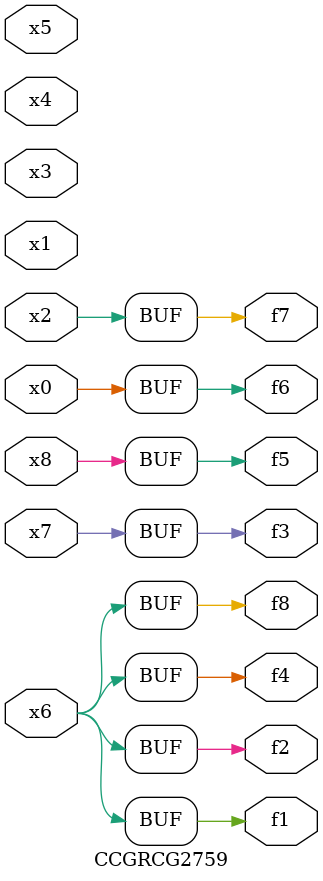
<source format=v>
module CCGRCG2759(
	input x0, x1, x2, x3, x4, x5, x6, x7, x8,
	output f1, f2, f3, f4, f5, f6, f7, f8
);
	assign f1 = x6;
	assign f2 = x6;
	assign f3 = x7;
	assign f4 = x6;
	assign f5 = x8;
	assign f6 = x0;
	assign f7 = x2;
	assign f8 = x6;
endmodule

</source>
